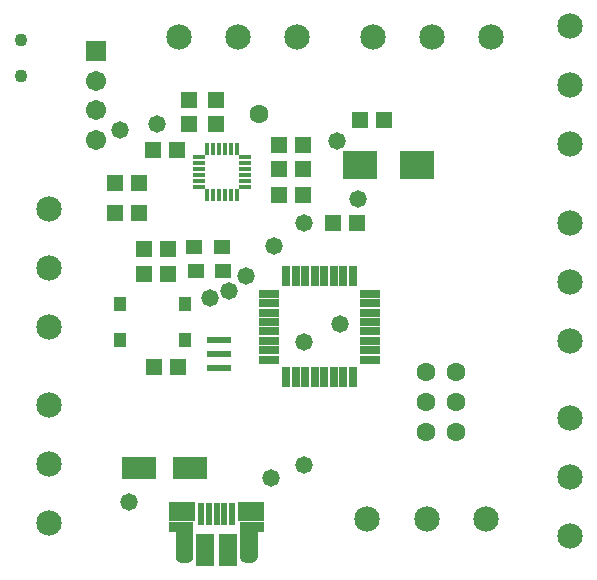
<source format=gts>
G04*
G04 #@! TF.GenerationSoftware,Altium Limited,Altium Designer,23.3.1 (30)*
G04*
G04 Layer_Color=8388736*
%FSLAX25Y25*%
%MOIN*%
G70*
G04*
G04 #@! TF.SameCoordinates,C0566122-47CB-4EAD-8267-09603FDD0119*
G04*
G04*
G04 #@! TF.FilePolarity,Negative*
G04*
G01*
G75*
%ADD17R,0.05288X0.05800*%
%ADD18R,0.04343X0.04737*%
%ADD19R,0.08280X0.02375*%
%ADD20R,0.05800X0.05288*%
%ADD21R,0.11824X0.09461*%
%ADD22R,0.02965X0.06706*%
%ADD23R,0.06706X0.02965*%
%ADD24R,0.05709X0.05118*%
%ADD25R,0.06410X0.10642*%
%ADD26R,0.02375X0.07690*%
%ADD27R,0.03910X0.01824*%
%ADD28R,0.01824X0.03910*%
%ADD29R,0.11233X0.07690*%
%ADD30C,0.04343*%
%ADD31C,0.06737*%
%ADD32R,0.06737X0.06737*%
%ADD33C,0.08477*%
%ADD34C,0.06312*%
%ADD35O,0.05524X0.10249*%
%ADD36C,0.05800*%
G36*
X241435Y119835D02*
X241431Y119732D01*
X241423Y119630D01*
X241411Y119527D01*
X241392Y119425D01*
X241368Y119327D01*
X241341Y119224D01*
X241305Y119130D01*
X241266Y119035D01*
X241223Y118941D01*
X241171Y118850D01*
X241116Y118764D01*
X241061Y118677D01*
X240998Y118594D01*
X240931Y118516D01*
X240860Y118441D01*
X240785Y118370D01*
X240707Y118303D01*
X240624Y118240D01*
X240537Y118185D01*
X240451Y118130D01*
X240360Y118079D01*
X240266Y118035D01*
X240171Y117996D01*
X240077Y117961D01*
X239974Y117933D01*
X239876Y117909D01*
X239774Y117890D01*
X239671Y117878D01*
X239569Y117870D01*
X239467Y117866D01*
X237498D01*
X237396Y117870D01*
X237293Y117878D01*
X237191Y117890D01*
X237089Y117909D01*
X236990Y117933D01*
X236888Y117961D01*
X236793Y117996D01*
X236699Y118035D01*
X236604Y118079D01*
X236514Y118130D01*
X236427Y118185D01*
X236341Y118240D01*
X236258Y118303D01*
X236179Y118370D01*
X236104Y118441D01*
X236034Y118516D01*
X235967Y118594D01*
X235904Y118677D01*
X235848Y118764D01*
X235793Y118850D01*
X235742Y118941D01*
X235699Y119035D01*
X235660Y119130D01*
X235624Y119224D01*
X235596Y119327D01*
X235573Y119425D01*
X235553Y119527D01*
X235541Y119630D01*
X235533Y119732D01*
X235530Y119835D01*
Y127905D01*
X233463D01*
Y131449D01*
X241435D01*
Y119835D01*
D02*
G37*
G36*
X242124Y131646D02*
X233463D01*
Y138181D01*
X242124D01*
Y131646D01*
D02*
G37*
G36*
X264959Y127905D02*
X262892D01*
Y119835D01*
X262888Y119732D01*
X262880Y119630D01*
X262868Y119527D01*
X262848Y119425D01*
X262825Y119327D01*
X262797Y119224D01*
X262762Y119130D01*
X262722Y119035D01*
X262679Y118941D01*
X262628Y118850D01*
X262573Y118764D01*
X262518Y118677D01*
X262455Y118594D01*
X262388Y118516D01*
X262317Y118441D01*
X262242Y118370D01*
X262163Y118303D01*
X262081Y118240D01*
X261994Y118185D01*
X261908Y118130D01*
X261817Y118079D01*
X261722Y118035D01*
X261628Y117996D01*
X261533Y117961D01*
X261431Y117933D01*
X261333Y117909D01*
X261230Y117890D01*
X261128Y117878D01*
X261026Y117870D01*
X260923Y117866D01*
X258955D01*
X258852Y117870D01*
X258750Y117878D01*
X258648Y117890D01*
X258545Y117909D01*
X258447Y117933D01*
X258345Y117961D01*
X258250Y117996D01*
X258155Y118035D01*
X258061Y118079D01*
X257970Y118130D01*
X257884Y118185D01*
X257797Y118240D01*
X257715Y118303D01*
X257636Y118370D01*
X257561Y118441D01*
X257490Y118516D01*
X257423Y118594D01*
X257360Y118677D01*
X257305Y118764D01*
X257250Y118850D01*
X257199Y118941D01*
X257155Y119035D01*
X257116Y119130D01*
X257081Y119224D01*
X257053Y119327D01*
X257030Y119425D01*
X257010Y119527D01*
X256998Y119630D01*
X256990Y119732D01*
X256986Y119835D01*
Y131449D01*
X264959D01*
Y127905D01*
D02*
G37*
G36*
Y131646D02*
X256297D01*
Y138181D01*
X264959D01*
Y131646D01*
D02*
G37*
D17*
X236500Y183000D02*
D03*
X228508D02*
D03*
X215504Y234500D02*
D03*
X223496D02*
D03*
X228008Y255500D02*
D03*
X236000D02*
D03*
X305000Y265500D02*
D03*
X297008D02*
D03*
X288004Y231000D02*
D03*
X295996D02*
D03*
X225008Y214000D02*
D03*
X233000D02*
D03*
X277996Y249000D02*
D03*
X270004D02*
D03*
X215500Y244500D02*
D03*
X223492D02*
D03*
X277996Y240500D02*
D03*
X270004D02*
D03*
X277996Y257000D02*
D03*
X270004D02*
D03*
X225004Y222500D02*
D03*
X232996D02*
D03*
D18*
X238827Y192095D02*
D03*
X217173D02*
D03*
X238827Y203906D02*
D03*
X217173D02*
D03*
D19*
X250000Y182776D02*
D03*
Y192224D02*
D03*
Y187500D02*
D03*
D20*
X240000Y271996D02*
D03*
Y264004D02*
D03*
X249000Y271996D02*
D03*
Y264004D02*
D03*
D21*
X315949Y250500D02*
D03*
X297051D02*
D03*
D22*
X272476Y213429D02*
D03*
X275626D02*
D03*
X278776D02*
D03*
X281925D02*
D03*
X285075D02*
D03*
X288224D02*
D03*
X291374D02*
D03*
X294524D02*
D03*
Y179571D02*
D03*
X291374D02*
D03*
X288224D02*
D03*
X285075D02*
D03*
X281925D02*
D03*
X278776D02*
D03*
X275626D02*
D03*
X272476D02*
D03*
D23*
X300429Y207524D02*
D03*
Y204374D02*
D03*
Y201224D02*
D03*
Y198075D02*
D03*
Y194925D02*
D03*
Y191776D02*
D03*
Y188626D02*
D03*
Y185476D02*
D03*
X266571D02*
D03*
Y188626D02*
D03*
Y191776D02*
D03*
Y194925D02*
D03*
Y198075D02*
D03*
Y201224D02*
D03*
Y204374D02*
D03*
Y207524D02*
D03*
D24*
X241748Y223000D02*
D03*
X251000D02*
D03*
X242248Y215000D02*
D03*
X251500D02*
D03*
D25*
X253000Y122000D02*
D03*
X245421D02*
D03*
D26*
X254329Y134106D02*
D03*
X251770D02*
D03*
X249211D02*
D03*
X246652D02*
D03*
X244093D02*
D03*
D27*
X243244Y243079D02*
D03*
Y245047D02*
D03*
Y247016D02*
D03*
Y248984D02*
D03*
Y250953D02*
D03*
Y252921D02*
D03*
X258756D02*
D03*
Y250953D02*
D03*
Y248984D02*
D03*
Y247016D02*
D03*
Y245047D02*
D03*
Y243079D02*
D03*
D28*
X246079Y255756D02*
D03*
X248047D02*
D03*
X250016D02*
D03*
X251984D02*
D03*
X253953D02*
D03*
X255921D02*
D03*
Y240244D02*
D03*
X253953D02*
D03*
X251984D02*
D03*
X250016D02*
D03*
X248047D02*
D03*
X246079D02*
D03*
D29*
X240429Y149500D02*
D03*
X223500D02*
D03*
D30*
X183929Y280236D02*
D03*
Y292047D02*
D03*
D31*
X208933Y258736D02*
D03*
Y268579D02*
D03*
Y278421D02*
D03*
D32*
Y288264D02*
D03*
D33*
X299500Y132500D02*
D03*
X319185D02*
D03*
X338870D02*
D03*
X367000Y126815D02*
D03*
Y146500D02*
D03*
Y166185D02*
D03*
Y191815D02*
D03*
Y211500D02*
D03*
Y231185D02*
D03*
Y257315D02*
D03*
Y277000D02*
D03*
Y296685D02*
D03*
X340685Y293000D02*
D03*
X321000D02*
D03*
X301315D02*
D03*
X276000D02*
D03*
X256315D02*
D03*
X236630D02*
D03*
X193500Y235685D02*
D03*
Y216000D02*
D03*
Y196315D02*
D03*
Y170500D02*
D03*
Y150815D02*
D03*
Y131130D02*
D03*
D34*
X263500Y267500D02*
D03*
X319000Y161500D02*
D03*
X329000D02*
D03*
Y171500D02*
D03*
X319000D02*
D03*
X329000Y181500D02*
D03*
X319000D02*
D03*
D35*
X259939Y122984D02*
D03*
X238482D02*
D03*
D36*
X247000Y206000D02*
D03*
X253500Y208500D02*
D03*
X289500Y258500D02*
D03*
X217000Y262000D02*
D03*
X229500Y264000D02*
D03*
X259000Y213500D02*
D03*
X220000Y138000D02*
D03*
X278500Y191500D02*
D03*
X290500Y197500D02*
D03*
X268500Y223500D02*
D03*
X296500Y239000D02*
D03*
X278500Y231000D02*
D03*
Y150500D02*
D03*
X267500Y146000D02*
D03*
M02*

</source>
